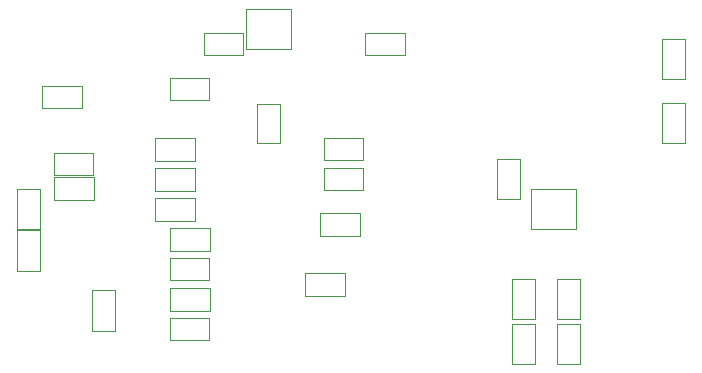
<source format=gbr>
G04 #@! TF.GenerationSoftware,KiCad,Pcbnew,7.0.2-6a45011f42~172~ubuntu22.04.1*
G04 #@! TF.CreationDate,2023-04-28T22:36:37-05:00*
G04 #@! TF.ProjectId,laser,6c617365-722e-46b6-9963-61645f706362,rev?*
G04 #@! TF.SameCoordinates,PXc1c960PY791ddc0*
G04 #@! TF.FileFunction,Other,User*
%FSLAX46Y46*%
G04 Gerber Fmt 4.6, Leading zero omitted, Abs format (unit mm)*
G04 Created by KiCad (PCBNEW 7.0.2-6a45011f42~172~ubuntu22.04.1) date 2023-04-28 22:36:37*
%MOMM*%
%LPD*%
G01*
G04 APERTURE LIST*
%ADD10C,0.050000*%
G04 APERTURE END LIST*
D10*
X17890000Y10450000D02*
X17890000Y12410000D01*
X17890000Y12410000D02*
X14490000Y12410000D01*
X14490000Y10450000D02*
X17890000Y10450000D01*
X14490000Y12410000D02*
X14490000Y10450000D01*
X48916690Y12270000D02*
X45076690Y12270000D01*
X48916690Y15670000D02*
X48916690Y12270000D01*
X45076690Y12270000D02*
X45076690Y15670000D01*
X45076690Y15670000D02*
X48916690Y15670000D01*
X8030000Y16830000D02*
X8030000Y18730000D01*
X8030000Y18730000D02*
X4670000Y18730000D01*
X4670000Y16830000D02*
X8030000Y16830000D01*
X4670000Y18730000D02*
X4670000Y16830000D01*
X58130000Y28370000D02*
X56170000Y28370000D01*
X56170000Y28370000D02*
X56170000Y24970000D01*
X58130000Y24970000D02*
X58130000Y28370000D01*
X56170000Y24970000D02*
X58130000Y24970000D01*
X27190000Y13680000D02*
X27190000Y11720000D01*
X27190000Y11720000D02*
X30590000Y11720000D01*
X30590000Y13680000D02*
X27190000Y13680000D01*
X30590000Y11720000D02*
X30590000Y13680000D01*
X17832500Y2860000D02*
X17832500Y4760000D01*
X17832500Y4760000D02*
X14472500Y4760000D01*
X14472500Y2860000D02*
X17832500Y2860000D01*
X14472500Y4760000D02*
X14472500Y2860000D01*
X21910000Y19552500D02*
X23810000Y19552500D01*
X23810000Y19552500D02*
X23810000Y22912500D01*
X21910000Y22912500D02*
X21910000Y19552500D01*
X23810000Y22912500D02*
X21910000Y22912500D01*
X1590000Y12290000D02*
X3490000Y12290000D01*
X3490000Y12290000D02*
X3490000Y15650000D01*
X1590000Y15650000D02*
X1590000Y12290000D01*
X3490000Y15650000D02*
X1590000Y15650000D01*
X13220000Y20030000D02*
X13220000Y18070000D01*
X13220000Y18070000D02*
X16620000Y18070000D01*
X16620000Y20030000D02*
X13220000Y20030000D01*
X16620000Y18070000D02*
X16620000Y20030000D01*
X20940000Y30910000D02*
X24780000Y30910000D01*
X20940000Y27510000D02*
X20940000Y30910000D01*
X24780000Y30910000D02*
X24780000Y27510000D01*
X24780000Y27510000D02*
X20940000Y27510000D01*
X17370000Y28890000D02*
X17370000Y26990000D01*
X17370000Y26990000D02*
X20730000Y26990000D01*
X20730000Y28890000D02*
X17370000Y28890000D01*
X20730000Y26990000D02*
X20730000Y28890000D01*
X13220000Y14950000D02*
X13220000Y12990000D01*
X13220000Y12990000D02*
X16620000Y12990000D01*
X16620000Y14950000D02*
X13220000Y14950000D01*
X16620000Y12990000D02*
X16620000Y14950000D01*
X31007500Y28890000D02*
X31007500Y26990000D01*
X31007500Y26990000D02*
X34367500Y26990000D01*
X34367500Y28890000D02*
X31007500Y28890000D01*
X34367500Y26990000D02*
X34367500Y28890000D01*
X25920000Y8600000D02*
X25920000Y6640000D01*
X25920000Y6640000D02*
X29320000Y6640000D01*
X29320000Y8600000D02*
X25920000Y8600000D01*
X29320000Y6640000D02*
X29320000Y8600000D01*
X44130000Y18190000D02*
X42230000Y18190000D01*
X42230000Y18190000D02*
X42230000Y14830000D01*
X44130000Y14830000D02*
X44130000Y18190000D01*
X42230000Y14830000D02*
X44130000Y14830000D01*
X43506690Y885000D02*
X45406690Y885000D01*
X45406690Y885000D02*
X45406690Y4245000D01*
X43506690Y4245000D02*
X43506690Y885000D01*
X45406690Y4245000D02*
X43506690Y4245000D01*
X9870000Y7100000D02*
X7910000Y7100000D01*
X7910000Y7100000D02*
X7910000Y3700000D01*
X9870000Y3700000D02*
X9870000Y7100000D01*
X7910000Y3700000D02*
X9870000Y3700000D01*
X27530000Y17460000D02*
X27530000Y15560000D01*
X27530000Y15560000D02*
X30890000Y15560000D01*
X30890000Y17460000D02*
X27530000Y17460000D01*
X30890000Y15560000D02*
X30890000Y17460000D01*
X56170000Y19570000D02*
X58130000Y19570000D01*
X58130000Y19570000D02*
X58130000Y22970000D01*
X56170000Y22970000D02*
X56170000Y19570000D01*
X58130000Y22970000D02*
X56170000Y22970000D01*
X13220000Y17490000D02*
X13220000Y15530000D01*
X13220000Y15530000D02*
X16620000Y15530000D01*
X16620000Y17490000D02*
X13220000Y17490000D01*
X16620000Y15530000D02*
X16620000Y17490000D01*
X1560000Y8780000D02*
X3520000Y8780000D01*
X3520000Y8780000D02*
X3520000Y12180000D01*
X1560000Y12180000D02*
X1560000Y8780000D01*
X3520000Y12180000D02*
X1560000Y12180000D01*
X17890000Y5370000D02*
X17890000Y7330000D01*
X17890000Y7330000D02*
X14490000Y7330000D01*
X14490000Y5370000D02*
X17890000Y5370000D01*
X14490000Y7330000D02*
X14490000Y5370000D01*
X43506690Y4670000D02*
X45406690Y4670000D01*
X45406690Y4670000D02*
X45406690Y8030000D01*
X43506690Y8030000D02*
X43506690Y4670000D01*
X45406690Y8030000D02*
X43506690Y8030000D01*
X7037500Y22545000D02*
X7037500Y24445000D01*
X7037500Y24445000D02*
X3677500Y24445000D01*
X3677500Y22545000D02*
X7037500Y22545000D01*
X3677500Y24445000D02*
X3677500Y22545000D01*
X17832500Y7940000D02*
X17832500Y9840000D01*
X17832500Y9840000D02*
X14472500Y9840000D01*
X14472500Y7940000D02*
X17832500Y7940000D01*
X14472500Y9840000D02*
X14472500Y7940000D01*
X47316690Y4670000D02*
X49216690Y4670000D01*
X49216690Y4670000D02*
X49216690Y8030000D01*
X47316690Y8030000D02*
X47316690Y4670000D01*
X49216690Y8030000D02*
X47316690Y8030000D01*
X14472500Y25080000D02*
X14472500Y23180000D01*
X14472500Y23180000D02*
X17832500Y23180000D01*
X17832500Y25080000D02*
X14472500Y25080000D01*
X17832500Y23180000D02*
X17832500Y25080000D01*
X8050000Y14768000D02*
X8050000Y16728000D01*
X8050000Y16728000D02*
X4650000Y16728000D01*
X4650000Y14768000D02*
X8050000Y14768000D01*
X4650000Y16728000D02*
X4650000Y14768000D01*
X47316690Y885000D02*
X49216690Y885000D01*
X49216690Y885000D02*
X49216690Y4245000D01*
X47316690Y4245000D02*
X47316690Y885000D01*
X49216690Y4245000D02*
X47316690Y4245000D01*
X30890000Y18100000D02*
X30890000Y20000000D01*
X30890000Y20000000D02*
X27530000Y20000000D01*
X27530000Y18100000D02*
X30890000Y18100000D01*
X27530000Y20000000D02*
X27530000Y18100000D01*
M02*

</source>
